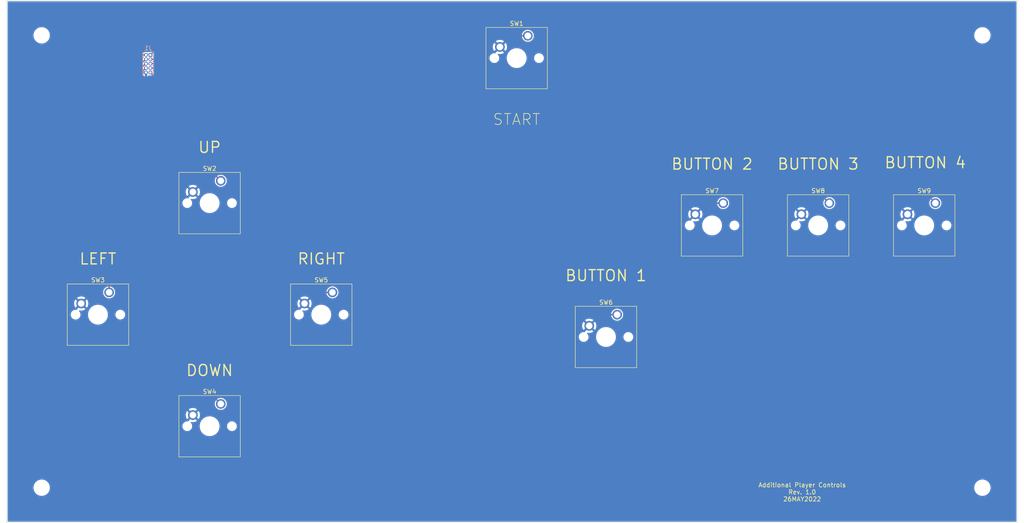
<source format=kicad_pcb>
(kicad_pcb (version 20211014) (generator pcbnew)
  (title_block (title "My most incredible PCB design") (rev "ZZ") (comment 1 "Absolutley incredible, 10/10"))
  (layers (0 "F.Cu" signal) (31 "B.Cu" signal) (34 "B.Paste" user) (35 "F.Paste" user) (36 "B.SilkS" user "B.Silkscreen") (37 "F.SilkS" user "F.Silkscreen") (38 "B.Mask" user) (39 "F.Mask" user) (44 "Edge.Cuts" user))
  (net 0 "")
  (net 1 "/START")
  (net 2 "/LEFT")
  (net 3 "/B4")
  (net 4 "/DOWN")
  (net 5 "/B3")
  (net 6 "/RIGHT")
  (net 7 "/B2")
  (net 8 "/UP")
  (net 9 "/B1")
  (net 10 "/GND")
  (footprint "Library:MountingHole_3.2mm_M3" (layer "F.Cu") (at 252 38)
    (fp_text reference "MH")
    (fp_text value "MountingHole_3.2mm_M3")
    (pad "" np_thru_hole circle (at 0 0) (size 3.2 3.2) (drill 3.2) (layers *.Cu *.Mask))
  )
  (footprint "Library:SW_Cherry_MX_1.00u_PCB" (layer "F.Cu") (at 168.91 101.6)
    (fp_text reference "SW6" (at -2.54 -2.794) (layer "F.SilkS"))
    (fp_text value "CherryMX")
    (fp_line (start -9.525 -1.905) (end 4.445 -1.905) (layer "F.SilkS") (width 0.12))
    (fp_line (start -9.525 12.065) (end -9.525 -1.905) (layer "F.SilkS") (width 0.12))
    (fp_line (start 4.445 12.065) (end -9.525 12.065) (layer "F.SilkS") (width 0.12))
    (fp_line (start 4.445 -1.905) (end 4.445 12.065) (layer "F.SilkS") (width 0.12))
    (pad "" np_thru_hole circle (at -2.54 5.08) (size 4 4) (drill 4) (layers *.Cu *.Mask))
    (pad "" np_thru_hole circle (at 2.54 5.08) (size 1.7 1.7) (drill 1.7) (layers *.Cu *.Mask))
    (pad "" np_thru_hole circle (at -7.62 5.08) (size 1.7 1.7) (drill 1.7) (layers *.Cu *.Mask))
    (pad "1" thru_hole circle (at 0 0) (size 2.2 2.2) (drill 1.5) (layers *.Cu *.Mask) (net 9 "/B1"))
    (pad "2" thru_hole circle (at -6.35 2.54) (size 2.2 2.2) (drill 1.5) (layers *.Cu *.Mask) (net 10 "/GND"))
  )
  (footprint "Library:SW_Cherry_MX_1.00u_PCB" (layer "F.Cu") (at 241.3 76.2)
    (fp_text reference "SW9" (at -2.54 -2.794) (layer "F.SilkS"))
    (fp_text value "CherryMX")
    (fp_line (start 4.445 12.065) (end -9.525 12.065) (layer "F.SilkS") (width 0.12))
    (fp_line (start -9.525 -1.905) (end 4.445 -1.905) (layer "F.SilkS") (width 0.12))
    (fp_line (start 4.445 -1.905) (end 4.445 12.065) (layer "F.SilkS") (width 0.12))
    (fp_line (start -9.525 12.065) (end -9.525 -1.905) (layer "F.SilkS") (width 0.12))
    (pad "" np_thru_hole circle (at 2.54 5.08) (size 1.7 1.7) (drill 1.7) (layers *.Cu *.Mask))
    (pad "" np_thru_hole circle (at -2.54 5.08) (size 4 4) (drill 4) (layers *.Cu *.Mask))
    (pad "" np_thru_hole circle (at -7.62 5.08) (size 1.7 1.7) (drill 1.7) (layers *.Cu *.Mask))
    (pad "1" thru_hole circle (at 0 0) (size 2.2 2.2) (drill 1.5) (layers *.Cu *.Mask) (net 3 "/B4"))
    (pad "2" thru_hole circle (at -6.35 2.54) (size 2.2 2.2) (drill 1.5) (layers *.Cu *.Mask) (net 10 "/GND"))
  )
  (footprint "Library:SW_Cherry_MX_1.00u_PCB" (layer "F.Cu") (at 78.74 71.12)
    (fp_text reference "SW2" (at -2.54 -2.794) (layer "F.SilkS"))
    (fp_text value "CherryMX")
    (fp_line (start -9.525 12.065) (end -9.525 -1.905) (layer "F.SilkS") (width 0.12))
    (fp_line (start -9.525 -1.905) (end 4.445 -1.905) (layer "F.SilkS") (width 0.12))
    (fp_line (start 4.445 12.065) (end -9.525 12.065) (layer "F.SilkS") (width 0.12))
    (fp_line (start 4.445 -1.905) (end 4.445 12.065) (layer "F.SilkS") (width 0.12))
    (pad "" np_thru_hole circle (at -2.54 5.08) (size 4 4) (drill 4) (layers *.Cu *.Mask))
    (pad "" np_thru_hole circle (at 2.54 5.08) (size 1.7 1.7) (drill 1.7) (layers *.Cu *.Mask))
    (pad "" np_thru_hole circle (at -7.62 5.08) (size 1.7 1.7) (drill 1.7) (layers *.Cu *.Mask))
    (pad "1" thru_hole circle (at 0 0) (size 2.2 2.2) (drill 1.5) (layers *.Cu *.Mask) (net 8 "/UP"))
    (pad "2" thru_hole circle (at -6.35 2.54) (size 2.2 2.2) (drill 1.5) (layers *.Cu *.Mask) (net 10 "/GND"))
  )
  (footprint "Library:MountingHole_3.2mm_M3" (layer "F.Cu") (at 252 141)
    (fp_text reference "MH")
    (fp_text value "MountingHole_3.2mm_M3")
    (pad "" np_thru_hole circle (at 0 0) (size 3.2 3.2) (drill 3.2) (layers *.Cu *.Mask))
  )
  (footprint "Library:SW_Cherry_MX_1.00u_PCB" (layer "F.Cu") (at 104.14 96.52)
    (fp_text reference "SW5" (at -2.54 -2.794) (layer "F.SilkS"))
    (fp_text value "CherryMX")
    (fp_line (start 4.445 -1.905) (end 4.445 12.065) (layer "F.SilkS") (width 0.12))
    (fp_line (start -9.525 -1.905) (end 4.445 -1.905) (layer "F.SilkS") (width 0.12))
    (fp_line (start -9.525 12.065) (end -9.525 -1.905) (layer "F.SilkS") (width 0.12))
    (fp_line (start 4.445 12.065) (end -9.525 12.065) (layer "F.SilkS") (width 0.12))
    (pad "" np_thru_hole circle (at -2.54 5.08) (size 4 4) (drill 4) (layers *.Cu *.Mask))
    (pad "" np_thru_hole circle (at -7.62 5.08) (size 1.7 1.7) (drill 1.7) (layers *.Cu *.Mask))
    (pad "" np_thru_hole circle (at 2.54 5.08) (size 1.7 1.7) (drill 1.7) (layers *.Cu *.Mask))
    (pad "1" thru_hole circle (at 0 0) (size 2.2 2.2) (drill 1.5) (layers *.Cu *.Mask) (net 6 "/RIGHT"))
    (pad "2" thru_hole circle (at -6.35 2.54) (size 2.2 2.2) (drill 1.5) (layers *.Cu *.Mask) (net 10 "/GND"))
  )
  (footprint "Library:SW_Cherry_MX_1.00u_PCB" (layer "F.Cu") (at 148.59 38.1)
    (fp_text reference "SW1" (at -2.54 -2.794) (layer "F.SilkS"))
    (fp_text value "CherryMX")
    (fp_line (start 4.445 12.065) (end -9.525 12.065) (layer "F.SilkS") (width 0.12))
    (fp_line (start -9.525 -1.905) (end 4.445 -1.905) (layer "F.SilkS") (width 0.12))
    (fp_line (start 4.445 -1.905) (end 4.445 12.065) (layer "F.SilkS") (width 0.12))
    (fp_line (start -9.525 12.065) (end -9.525 -1.905) (layer "F.SilkS") (width 0.12))
    (pad "" np_thru_hole circle (at 2.54 5.08) (size 1.7 1.7) (drill 1.7) (layers *.Cu *.Mask))
    (pad "" np_thru_hole circle (at -7.62 5.08) (size 1.7 1.7) (drill 1.7) (layers *.Cu *.Mask))
    (pad "" np_thru_hole circle (at -2.54 5.08) (size 4 4) (drill 4) (layers *.Cu *.Mask))
    (pad "1" thru_hole circle (at 0 0) (size 2.2 2.2) (drill 1.5) (layers *.Cu *.Mask) (net 1 "/START"))
    (pad "2" thru_hole circle (at -6.35 2.54) (size 2.2 2.2) (drill 1.5) (layers *.Cu *.Mask) (net 10 "/GND"))
  )
  (footprint "Library:MountingHole_3.2mm_M3" (layer "F.Cu") (at 38 38)
    (fp_text reference "MH")
    (fp_text value "MountingHole_3.2mm_M3")
    (pad "" np_thru_hole circle (at 0 0) (size 3.2 3.2) (drill 3.2) (layers *.Cu *.Mask))
  )
  (footprint "Library:SW_Cherry_MX_1.00u_PCB" (layer "F.Cu") (at 78.74 121.92)
    (fp_text reference "SW4" (at -2.54 -2.794) (layer "F.SilkS"))
    (fp_text value "CherryMX")
    (fp_line (start 4.445 -1.905) (end 4.445 12.065) (layer "F.SilkS") (width 0.12))
    (fp_line (start -9.525 12.065) (end -9.525 -1.905) (layer "F.SilkS") (width 0.12))
    (fp_line (start -9.525 -1.905) (end 4.445 -1.905) (layer "F.SilkS") (width 0.12))
    (fp_line (start 4.445 12.065) (end -9.525 12.065) (layer "F.SilkS") (width 0.12))
    (pad "" np_thru_hole circle (at 2.54 5.08) (size 1.7 1.7) (drill 1.7) (layers *.Cu *.Mask))
    (pad "" np_thru_hole circle (at -2.54 5.08) (size 4 4) (drill 4) (layers *.Cu *.Mask))
    (pad "" np_thru_hole circle (at -7.62 5.08) (size 1.7 1.7) (drill 1.7) (layers *.Cu *.Mask))
    (pad "1" thru_hole circle (at 0 0) (size 2.2 2.2) (drill 1.5) (layers *.Cu *.Mask) (net 4 "/DOWN"))
    (pad "2" thru_hole circle (at -6.35 2.54) (size 2.2 2.2) (drill 1.5) (layers *.Cu *.Mask) (net 10 "/GND"))
  )
  (footprint "Library:MountingHole_3.2mm_M3" (layer "F.Cu") (at 38 141)
    (fp_text reference "MH")
    (fp_text value "MountingHole_3.2mm_M3")
    (pad "" np_thru_hole circle (at 0 0) (size 3.2 3.2) (drill 3.2) (layers *.Cu *.Mask))
  )
  (footprint "Library:SW_Cherry_MX_1.00u_PCB" (layer "F.Cu") (at 53.34 96.52)
    (fp_text reference "SW3" (at -2.54 -2.794) (layer "F.SilkS"))
    (fp_text value "CherryMX")
    (fp_line (start -9.525 -1.905) (end 4.445 -1.905) (layer "F.SilkS") (width 0.12))
    (fp_line (start -9.525 12.065) (end -9.525 -1.905) (layer "F.SilkS") (width 0.12))
    (fp_line (start 4.445 -1.905) (end 4.445 12.065) (layer "F.SilkS") (width 0.12))
    (fp_line (start 4.445 12.065) (end -9.525 12.065) (layer "F.SilkS") (width 0.12))
    (pad "" np_thru_hole circle (at -2.54 5.08) (size 4 4) (drill 4) (layers *.Cu *.Mask))
    (pad "" np_thru_hole circle (at -7.62 5.08) (size 1.7 1.7) (drill 1.7) (layers *.Cu *.Mask))
    (pad "" np_thru_hole circle (at 2.54 5.08) (size 1.7 1.7) (drill 1.7) (layers *.Cu *.Mask))
    (pad "1" thru_hole circle (at 0 0) (size 2.2 2.2) (drill 1.5) (layers *.Cu *.Mask) (net 2 "/LEFT"))
    (pad "2" thru_hole circle (at -6.35 2.54) (size 2.2 2.2) (drill 1.5) (layers *.Cu *.Mask) (net 10 "/GND"))
  )
  (footprint "Library:SW_Cherry_MX_1.00u_PCB" (layer "F.Cu") (at 217.17 76.2)
    (fp_text reference "SW8" (at -2.54 -2.794) (layer "F.SilkS"))
    (fp_text value "CherryMX")
    (fp_line (start -9.525 12.065) (end -9.525 -1.905) (layer "F.SilkS") (width 0.12))
    (fp_line (start -9.525 -1.905) (end 4.445 -1.905) (layer "F.SilkS") (width 0.12))
    (fp_line (start 4.445 12.065) (end -9.525 12.065) (layer "F.SilkS") (width 0.12))
    (fp_line (start 4.445 -1.905) (end 4.445 12.065) (layer "F.SilkS") (width 0.12))
    (pad "" np_thru_hole circle (at 2.54 5.08) (size 1.7 1.7) (drill 1.7) (layers *.Cu *.Mask))
    (pad "" np_thru_hole circle (at -7.62 5.08) (size 1.7 1.7) (drill 1.7) (layers *.Cu *.Mask))
    (pad "" np_thru_hole circle (at -2.54 5.08) (size 4 4) (drill 4) (layers *.Cu *.Mask))
    (pad "1" thru_hole circle (at 0 0) (size 2.2 2.2) (drill 1.5) (layers *.Cu *.Mask) (net 5 "/B3"))
    (pad "2" thru_hole circle (at -6.35 2.54) (size 2.2 2.2) (drill 1.5) (layers *.Cu *.Mask) (net 10 "/GND"))
  )
  (footprint "Library:SW_Cherry_MX_1.00u_PCB" (layer "F.Cu") (at 193.04 76.2)
    (fp_text reference "SW7" (at -2.54 -2.794) (layer "F.SilkS"))
    (fp_text value "CherryMX")
    (fp_line (start -9.525 12.065) (end -9.525 -1.905) (layer "F.SilkS") (width 0.12))
    (fp_line (start 4.445 -1.905) (end 4.445 12.065) (layer "F.SilkS") (width 0.12))
    (fp_line (start 4.445 12.065) (end -9.525 12.065) (layer "F.SilkS") (width 0.12))
    (fp_line (start -9.525 -1.905) (end 4.445 -1.905) (layer "F.SilkS") (width 0.12))
    (pad "" np_thru_hole circle (at -7.62 5.08) (size 1.7 1.7) (drill 1.7) (layers *.Cu *.Mask))
    (pad "" np_thru_hole circle (at -2.54 5.08) (size 4 4) (drill 4) (layers *.Cu *.Mask))
    (pad "" np_thru_hole circle (at 2.54 5.08) (size 1.7 1.7) (drill 1.7) (layers *.Cu *.Mask))
    (pad "1" thru_hole circle (at 0 0) (size 2.2 2.2) (drill 1.5) (layers *.Cu *.Mask) (net 7 "/B2"))
    (pad "2" thru_hole circle (at -6.35 2.54) (size 2.2 2.2) (drill 1.5) (layers *.Cu *.Mask) (net 10 "/GND"))
  )
  (footprint "Library:PinHeader_2x05_P1.00mm_Vertical" (layer "B.Cu") (at 62.73 42.45 180)
    (fp_text reference "J1" (at 0.5 1.56) (layer "B.SilkS") (effects (justify mirror)))
    (fp_text value "Conn_01x10")
    (fp_line (start 1.71 0.56) (end 1.71 -4.56) (layer "B.SilkS") (width 0.12))
    (fp_line (start -0.71 -4.56) (end -0.394493 -4.56) (layer "B.SilkS") (width 0.12))
    (fp_line (start 1.394493 0.56) (end 1.71 0.56) (layer "B.SilkS") (width 0.12))
    (fp_line (start -0.71 0.685) (end 0 0.685) (layer "B.SilkS") (width 0.12))
    (fp_line (start -0.71 0) (end -0.71 0.685) (layer "B.SilkS") (width 0.12))
    (fp_line (start -0.71 -0.685) (end -0.608276 -0.685) (layer "B.SilkS") (width 0.12))
    (fp_line (start 1.394493 -4.56) (end 1.71 -4.56) (layer "B.SilkS") (width 0.12))
    (fp_line (start 0.394493 -4.56) (end 0.605507 -4.56) (layer "B.SilkS") (width 0.12))
    (fp_line (start -0.71 -0.685) (end -0.71 -4.56) (layer "B.SilkS") (width 0.12))
    (pad "1" thru_hole rect (at 0 0) (size 0.85 0.85) (drill 0.5) (layers *.Cu *.Mask) (net 1 "/START"))
    (pad "2" thru_hole oval (at 1 0) (size 0.85 0.85) (drill 0.5) (layers *.Cu *.Mask) (net 2 "/LEFT"))
    (pad "3" thru_hole oval (at 0 -1) (size 0.85 0.85) (drill 0.5) (layers *.Cu *.Mask) (net 3 "/B4"))
    (pad "4" thru_hole oval (at 1 -1) (size 0.85 0.85) (drill 0.5) (layers *.Cu *.Mask) (net 4 "/DOWN"))
    (pad "5" thru_hole oval (at 0 -2) (size 0.85 0.85) (drill 0.5) (layers *.Cu *.Mask) (net 5 "/B3"))
    (pad "6" thru_hole oval (at 1 -2) (size 0.85 0.85) (drill 0.5) (layers *.Cu *.Mask) (net 6 "/RIGHT"))
    (pad "7" thru_hole oval (at 0 -3) (size 0.85 0.85) (drill 0.5) (layers *.Cu *.Mask) (net 7 "/B2"))
    (pad "8" thru_hole oval (at 1 -3) (size 0.85 0.85) (drill 0.5) (layers *.Cu *.Mask) (net 8 "/UP"))
    (pad "9" thru_hole oval (at 0 -4) (size 0.85 0.85) (drill 0.5) (layers *.Cu *.Mask) (net 9 "/B1"))
    (pad "10" thru_hole oval (at 1 -4) (size 0.85 0.85) (drill 0.5) (layers *.Cu *.Mask) (net 10 "/GND"))
  )
  (gr_rect (start 30 149) (end 260 30) (layer "Edge.Cuts") (width 0.1) (fill none))
  (gr_text "UP" (at 76.2 63.5) (layer "F.SilkS") (effects (font (size 2.5 2.5) (thickness 0.3))))
  (gr_text "RIGHT\n" (at 101.6 88.9) (layer "F.SilkS") (effects (font (size 2.5 2.5) (thickness 0.3))))
  (gr_text "START" (at 146.05 57.15) (layer "F.SilkS") (effects (font (size 2.5 2.5))))
  (gr_text "BUTTON 3\n" (at 214.63 67.31) (layer "F.SilkS") (effects (font (size 2.5 2.5) (thickness 0.3))))
  (gr_text "LEFT\n" (at 50.8 88.9) (layer "F.SilkS") (effects (font (size 2.5 2.5) (thickness 0.3))))
  (gr_text "BUTTON 4\n" (at 239 67) (layer "F.SilkS") (effects (font (size 2.5 2.5) (thickness 0.3))))
  (gr_text "BUTTON 1\n" (at 166.37 92.71) (layer "F.SilkS") (effects (font (size 2.5 2.5) (thickness 0.3))))
  (gr_text "Additional Player Controls\nRev. 1.0\n26MAY2022" (at 211 142) (layer "F.SilkS") (effects (font (size 1 1))))
  (gr_text "DOWN\n" (at 76.2 114.3) (layer "F.SilkS") (effects (font (size 2.5 2.5) (thickness 0.3))))
  (gr_text "BUTTON 2\n" (at 190.5 67.31) (layer "F.SilkS") (effects (font (size 2.5 2.5) (thickness 0.3))))
  (segment (start 148.59 38.1) (end 67.08 38.1) (width 0.25) (layer "F.Cu") (net 1))
  (segment (start 67.08 38.1) (end 62.73 42.45) (width 0.25) (layer "F.Cu") (net 1))
  (segment (start 53.34 50.23896) (end 53.34 96.52) (width 0.25) (layer "F.Cu") (net 2))
  (segment (start 61.73 42.45) (end 61.12896 42.45) (width 0.25) (layer "F.Cu") (net 2))
  (segment (start 61.12896 42.45) (end 53.34 50.23896) (width 0.25) (layer "F.Cu") (net 2))
  (segment (start 69.485704 43.45) (end 62.73 43.45) (width 0.25) (layer "F.Cu") (net 3))
  (segment (start 231.14 66.04) (end 92.075704 66.04) (width 0.25) (layer "F.Cu") (net 3))
  (segment (start 241.3 76.2) (end 231.14 66.04) (width 0.25) (layer "F.Cu") (net 3))
  (segment (start 92.075704 66.04) (end 69.485704 43.45) (width 0.25) (layer "F.Cu") (net 3))
  (segment (start 57.15 100.33) (end 78.74 121.92) (width 0.25) (layer "F.Cu") (net 4))
  (segment (start 57.15 47.97003) (end 57.15 100.33) (width 0.25) (layer "F.Cu") (net 4))
  (segment (start 61.419541 43.700489) (end 57.15 47.97003) (width 0.25) (layer "F.Cu") (net 4))
  (segment (start 61.73 43.45) (end 61.479511 43.700489) (width 0.25) (layer "F.Cu") (net 4))
  (segment (start 61.479511 43.700489) (end 61.419541 43.700489) (width 0.25) (layer "F.Cu") (net 4))
  (segment (start 212.09 71.12) (end 96.52 71.12) (width 0.25) (layer "F.Cu") (net 5))
  (segment (start 217.17 76.2) (end 212.09 71.12) (width 0.25) (layer "F.Cu") (net 5))
  (segment (start 96.52 71.12) (end 69.85 44.45) (width 0.25) (layer "F.Cu") (net 5))
  (segment (start 69.85 44.45) (end 62.73 44.45) (width 0.25) (layer "F.Cu") (net 5))
  (segment (start 61.67003 44.45) (end 58.42 47.70003) (width 0.25) (layer "F.Cu") (net 6))
  (segment (start 69.85 96.52) (end 104.14 96.52) (width 0.25) (layer "F.Cu") (net 6))
  (segment (start 58.42 85.09) (end 69.85 96.52) (width 0.25) (layer "F.Cu") (net 6))
  (segment (start 61.73 44.45) (end 61.67003 44.45) (width 0.25) (layer "F.Cu") (net 6))
  (segment (start 58.42 47.70003) (end 58.42 85.09) (width 0.25) (layer "F.Cu") (net 6))
  (segment (start 193.04 76.2) (end 94.208592 76.2) (width 0.25) (layer "F.Cu") (net 7))
  (segment (start 94.208592 76.2) (end 63.458592 45.45) (width 0.25) (layer "F.Cu") (net 7))
  (segment (start 63.458592 45.45) (end 62.73 45.45) (width 0.25) (layer "F.Cu") (net 7))
  (segment (start 61.73 45.45) (end 61.67003 45.45) (width 0.25) (layer "F.Cu") (net 8))
  (segment (start 60.980489 46.139541) (end 60.980489 53.360489) (width 0.25) (layer "F.Cu") (net 8))
  (segment (start 60.980489 53.360489) (end 78.74 71.12) (width 0.25) (layer "F.Cu") (net 8))
  (segment (start 61.67003 45.45) (end 60.980489 46.139541) (width 0.25) (layer "F.Cu") (net 8))
  (segment (start 168.91 101.6) (end 117.88 101.6) (width 0.25) (layer "F.Cu") (net 9))
  (segment (start 117.88 101.6) (end 62.73 46.45) (width 0.25) (layer "F.Cu") (net 9))
  (zone (net 10) (net_name "/GND") (layer "B.Cu") (name "Bottom_GND") (connect_pads thru_hole_only (clearance 0.254)) (min_thickness 0.254) (fill yes (thermal_gap 0.508) (thermal_bridge_width 0.508))
    (polygon (pts (xy 260 149) (xy 30 149) (xy 30 30) (xy 260 30)))
  )
)
</source>
